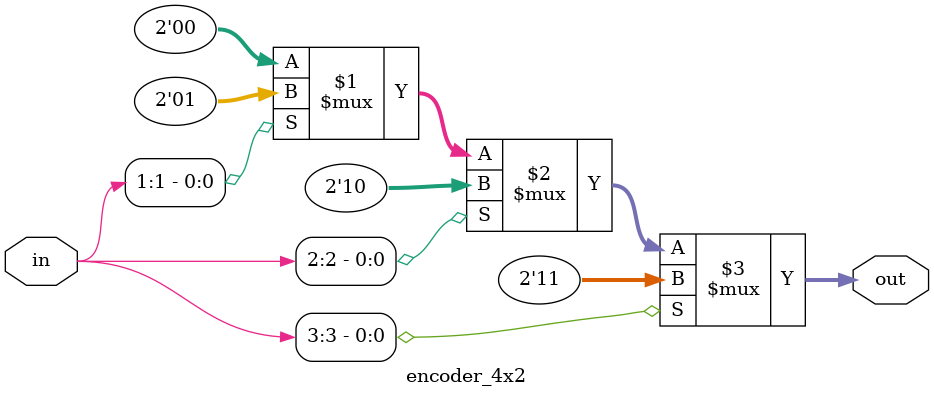
<source format=v>
module encoder_4x2(input [3:0] in, output [1:0] out);
  assign out = (in[3]) ? 2'b11 :
               (in[2]) ? 2'b10 :
               (in[1]) ? 2'b01 : 2'b00;
endmodule

</source>
